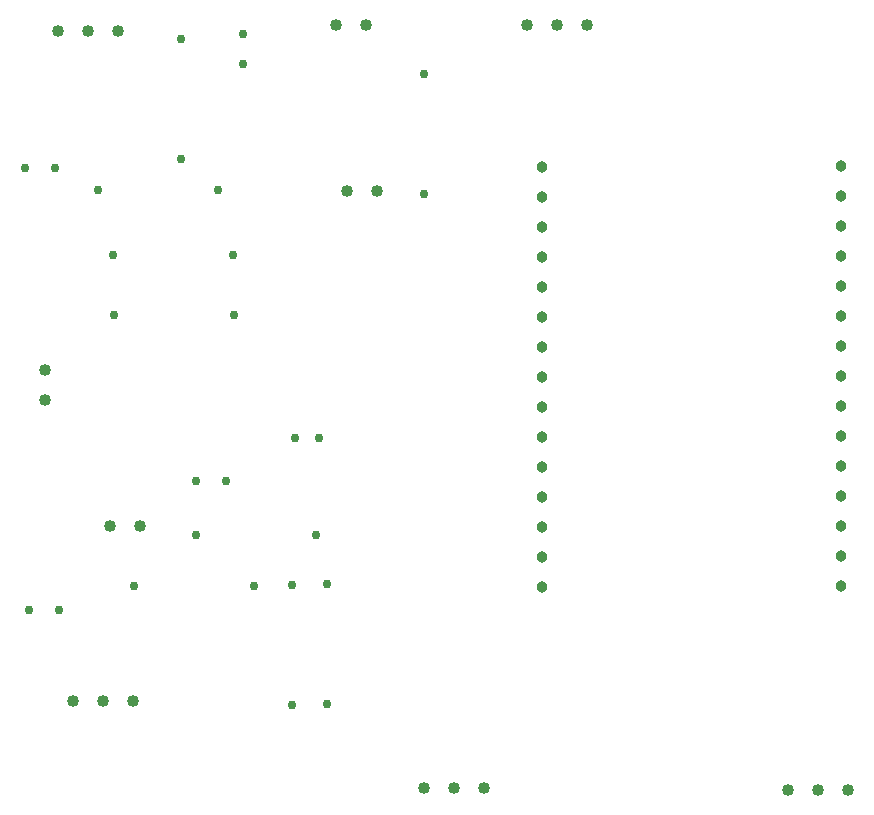
<source format=gbr>
G04 PROTEUS GERBER X2 FILE*
%TF.GenerationSoftware,Labcenter,Proteus,8.6-SP2-Build23525*%
%TF.CreationDate,2021-11-18T02:18:18+00:00*%
%TF.FileFunction,Plated,1,2,PTH*%
%TF.FilePolarity,Positive*%
%TF.Part,Single*%
%FSLAX45Y45*%
%MOMM*%
G01*
%TA.AperFunction,ComponentDrill*%
%ADD39C,0.965200*%
%TA.AperFunction,ViaDrill*%
%ADD40C,0.508000*%
%TA.AperFunction,ComponentDrill*%
%ADD41C,1.016000*%
%TA.AperFunction,ComponentDrill*%
%ADD42C,0.762000*%
%ADD43C,0.750000*%
%TD.AperFunction*%
D39*
X-6000000Y+2930000D03*
X-6000000Y+2676000D03*
X-6000000Y+2422000D03*
X-6000000Y+2168000D03*
X-6000000Y+1914000D03*
X-6000000Y+1660000D03*
X-6000000Y+1406000D03*
X-6000000Y+1152000D03*
X-6000000Y+898000D03*
X-6000000Y+644000D03*
X-6000000Y+390000D03*
X-6000000Y+136000D03*
X-6000000Y-118000D03*
X-6000000Y-372000D03*
X-6000000Y-626000D03*
D40*
X-6000000Y-372000D03*
D39*
X-3470000Y+2940000D03*
X-3470000Y+2686000D03*
X-3470000Y+2432000D03*
X-3470000Y+2178000D03*
X-3470000Y+1924000D03*
X-3470000Y+1670000D03*
X-3470000Y+1416000D03*
X-3470000Y+1162000D03*
X-3470000Y+908000D03*
X-3470000Y+654000D03*
X-3470000Y+400000D03*
X-3470000Y+146000D03*
X-3470000Y-108000D03*
X-3470000Y-362000D03*
X-3470000Y-616000D03*
D41*
X-5620000Y+4130000D03*
X-5874000Y+4130000D03*
X-6128000Y+4130000D03*
X-7490000Y+4130000D03*
X-7744000Y+4130000D03*
X-10210000Y+960000D03*
X-10210000Y+1214000D03*
D42*
X-10120000Y+2920000D03*
X-10374000Y+2920000D03*
D41*
X-9586000Y+4080000D03*
X-9840000Y+4080000D03*
X-10094000Y+4080000D03*
D42*
X-9060000Y+3000000D03*
X-9060000Y+4016000D03*
X-9760000Y+2740000D03*
X-8744000Y+2740000D03*
X-8530000Y+3800000D03*
X-8530000Y+4054000D03*
X-7000000Y+2700000D03*
X-7000000Y+3716000D03*
D41*
X-7650000Y+2730000D03*
X-7396000Y+2730000D03*
D42*
X-9630000Y+2190000D03*
X-8614000Y+2190000D03*
X-10090000Y-820000D03*
X-10344000Y-820000D03*
D41*
X-9466000Y-1590000D03*
X-9720000Y-1590000D03*
X-9974000Y-1590000D03*
D42*
X-7820000Y-600000D03*
X-7820000Y-1616000D03*
X-8120000Y-1620000D03*
X-8120000Y-604000D03*
X-8930000Y+270000D03*
X-8676000Y+270000D03*
X-9450000Y-620000D03*
X-8434000Y-620000D03*
D41*
X-9660000Y-110000D03*
X-9406000Y-110000D03*
D43*
X-8090000Y+640000D03*
X-7890000Y+640000D03*
D42*
X-9625000Y+1675000D03*
X-8609000Y+1675000D03*
X-7915000Y-185000D03*
X-8931000Y-185000D03*
D41*
X-3920000Y-2340000D03*
X-3666000Y-2340000D03*
X-3412000Y-2340000D03*
X-7000000Y-2330000D03*
X-6746000Y-2330000D03*
X-6492000Y-2330000D03*
M02*

</source>
